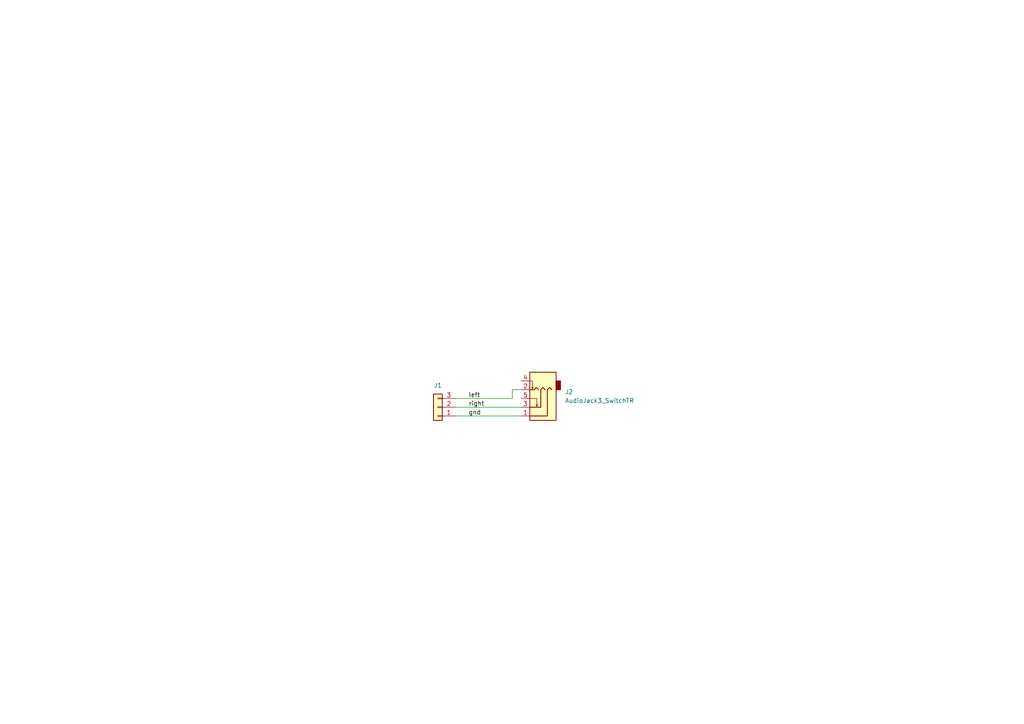
<source format=kicad_sch>
(kicad_sch (version 20231120) (generator "eeschema") (generator_version "8.0")
  (paper "A4")
  (title_block (title "Output Module Jack") (rev "A0") (company "SVG Synthesis"))
  (lib_symbols
    (symbol "synthesis:HEADER_3P_2.54MM" (pin_names (offset 1.016) hide)
      (property "Reference" "J" (at 0 5.08 0))
      (symbol "HEADER_3P_2.54MM_1_1"
        (rectangle (start -1.27 -2.413) (end 0 -2.667) (stroke (width 0.1524)))
        (rectangle (start -1.27 0.127) (end 0 -0.127) (stroke (width 0.1524)))
        (rectangle (start -1.27 2.667) (end 0 2.413) (stroke (width 0.1524)))
        (rectangle (start -1.27 3.81) (end 1.27 -3.81) (stroke (width 0.254)) (fill (type background)))
        (pin passive line (at -5.08 2.54 0) (length 3.81) (name "Pin_1") (number "1"))
        (pin passive line (at -5.08 0 0) (length 3.81) (name "Pin_2") (number "2"))
        (pin passive line (at -5.08 -2.54 0) (length 3.81) (name "Pin_3") (number "3"))
      )
    )
    (symbol "synthesis:JACK_WQP-PJ612A-A"
      (property "Reference" "J" (at 0 8.89 0))
      (property "Value" "AudioJack3_SwitchTR" (at 0 6.35 0))
      (symbol "JACK_WQP-PJ612A-A_0_1"
        (rectangle (start -5.08 -5.08) (end -6.35 -7.62) (stroke (width 0.254)) (fill (type outline)))
        (polyline (pts (xy 0.508 -0.254) (xy 0.762 -0.762)))
        (polyline (pts (xy 1.778 -5.334) (xy 2.032 -5.842)))
        (polyline (pts (xy 0 -5.08) (xy 0.635 -5.715) (xy 1.27 -5.08) (xy 2.54 -5.08)) (stroke (width 0.254)))
        (polyline (pts (xy 2.54 -7.62) (xy 1.778 -7.62) (xy 1.778 -5.334) (xy 1.524 -5.842)))
        (polyline (pts (xy 2.54 -2.54) (xy 0.508 -2.54) (xy 0.508 -0.254) (xy 0.254 -0.762)))
        (polyline (pts (xy -1.905 -5.08) (xy -1.27 -5.715) (xy -0.635 -5.08) (xy -0.635 0) (xy 2.54 0)) (stroke (width 0.254)))
        (polyline (pts (xy 2.54 2.54) (xy -2.54 2.54) (xy -2.54 -5.08) (xy -3.175 -5.715) (xy -3.81 -5.08)) (stroke (width 0.254)))
        (rectangle (start 2.54 3.81) (end -5.08 -10.16) (stroke (width 0.254)) (fill (type background)))
      )
      (symbol "JACK_WQP-PJ612A-A_1_1"
        (pin passive line (at 5.08 2.54 180) (length 2.54) (name "~") (number "1"))
        (pin passive line (at 5.08 -5.08 180) (length 2.54) (name "~") (number "2"))
        (pin passive line (at 5.08 0 180) (length 2.54) (name "~") (number "3"))
        (pin passive line (at 5.08 -7.62 180) (length 2.54) (name "~") (number "4"))
        (pin passive line (at 5.08 -2.54 180) (length 2.54) (name "~") (number "5"))
      )
    )
  )
  (wire (pts (xy 132.08 120.65) (xy 151.13 120.65)))
  (wire (pts (xy 132.08 118.11) (xy 151.13 118.11)))
  (wire (pts (xy 151.13 113.03) (xy 148.59 113.03)))
  (wire (pts (xy 148.59 115.57) (xy 148.59 113.03)))
  (wire (pts (xy 148.59 115.57) (xy 132.08 115.57)))
  (label "right" (at 135.89 118.11 0))
  (label "left" (at 135.89 115.57 0))
  (label "gnd" (at 135.89 120.65 0))
  (symbol (lib_id "synthesis:HEADER_3P_2.54MM") (at 127 118.11 180) (unit 1)
    (property "Reference" "J1" (at 127 111.76 0))
    (property "Value" "Conn_01x03" (effects (hide yes)))
    (property "Footprint" "Connector_PinHeader_2.54mm:PinHeader_1x03_P2.54mm_Vertical" (effects (hide yes)))
    (property "Description" "Generic connector, single row, 01x03, script generated (kicad-library-utils/schlib/autogen/connector/)" (effects (hide yes)))
  )
  (symbol (lib_id "synthesis:JACK_WQP-PJ612A-A") (at 156.21 118.11 180) (unit 1)
    (property "Reference" "J2" (at 163.83 113.6649 0) (effects (justify right)))
    (property "Value" "AudioJack3_SwitchTR" (at 163.83 116.2049 0) (effects (justify right)))
    (property "Footprint" "synthesis:WQP-PJ612A-A" (effects (hide yes)))
    (property "Description" "Audio Jack, 3 Poles (Stereo / TRS), Switched TR Poles (Normalling)" (effects (hide yes)))
    (property "MFR" "Qingpu" (effects (hide yes)))
    (property "MPN" "WQP-PJ612A-A" (effects (hide yes)))
    (property "LCSC" "C4992507" (effects (hide yes)))
  )
)
</source>
